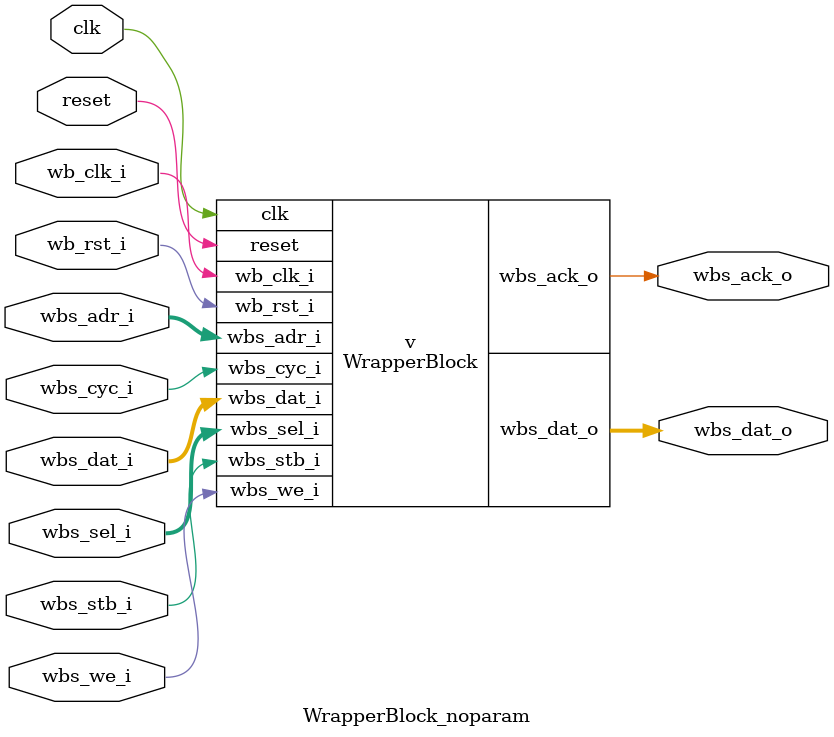
<source format=v>
module wb_converter (
	wb_clk_i,
	wb_rst_i,
	wbs_stb_i,
	wbs_cyc_i,
	wbs_we_i,
	wbs_sel_i,
	wbs_dat_i,
	wbs_adr_i,
	wbs_ack_o,
	wbs_dat_o,
	load_recv_msg,
	load_recv_val,
	load_recv_rdy,
	instruction_recv_msg,
	instruction_recv_val,
	instruction_recv_rdy,
	store_send_msg,
	store_send_val,
	store_send_rdy
);
	input wb_clk_i;
	input wb_rst_i;
	input wbs_stb_i;
	input wbs_cyc_i;
	input wbs_we_i;
	input [3:0] wbs_sel_i;
	input [31:0] wbs_dat_i;
	input [31:0] wbs_adr_i;
	output wire wbs_ack_o;
	output wire [31:0] wbs_dat_o;
	output reg [63:0] load_recv_msg;
	output reg load_recv_val;
	input load_recv_rdy;
	output reg [31:0] instruction_recv_msg;
	output reg instruction_recv_val;
	input instruction_recv_rdy;
	input [31:0] store_send_msg;
	input store_send_val;
	output wire store_send_rdy;
	wire [31:0] internal_wbs_dat_i;
	wire [31:0] internal_wbs_adr_i;
	reg store_transaction_in_progress;
	assign internal_wbs_dat_i = (wbs_stb_i && wbs_cyc_i ? wbs_dat_i : 32'b00000000000000000000000000000000);
	assign internal_wbs_adr_i = (wbs_stb_i && wbs_cyc_i ? wbs_adr_i : 32'b00000000000000000000000000000000);
	assign wbs_ack_o = (wbs_cyc_i && wbs_stb_i) && ((((internal_wbs_adr_i == 32'h30000000) && instruction_recv_rdy) || ((internal_wbs_adr_i > 32'h30000000) && (((!wbs_we_i && store_send_val) && store_send_rdy) && store_transaction_in_progress))) || ((((internal_wbs_adr_i > 32'h30000000) && wbs_we_i) && load_recv_rdy) && instruction_recv_rdy));
	assign store_send_rdy = ((!wbs_we_i && wbs_cyc_i) && wbs_stb_i) && (internal_wbs_adr_i > 32'h30000000);
	assign wbs_dat_o = store_send_msg;
	always @(posedge wb_clk_i or posedge wb_rst_i)
		if (wb_rst_i)
			store_transaction_in_progress <= 0;
		else if (wbs_ack_o)
			store_transaction_in_progress <= 0;
		else if (((instruction_recv_val && load_recv_val) && (internal_wbs_adr_i > 32'h30000000)) && !wbs_we_i)
			store_transaction_in_progress <= 1;
	always @(*) begin
		load_recv_msg = 64'b0000000000000000000000000000000000000000000000000000000000000000;
		load_recv_val = 0;
		instruction_recv_msg = 32'b00000000000000000000000000000000;
		instruction_recv_val = 0;
		if (!store_transaction_in_progress) begin
			if (internal_wbs_adr_i == 32'h30000000) begin
				instruction_recv_msg = internal_wbs_dat_i;
				instruction_recv_val = wbs_cyc_i && wbs_stb_i;
			end
			else if (internal_wbs_adr_i > 32'h30000000) begin
				load_recv_msg = {(internal_wbs_adr_i - 32'h30000004) >> 2, internal_wbs_dat_i};
				load_recv_val = wbs_cyc_i && wbs_stb_i;
				if (wbs_we_i)
					instruction_recv_msg = 32'b00000000000000000000000000000000;
				else
					instruction_recv_msg = 32'b00001000000000000000000000000000;
				instruction_recv_val = wbs_cyc_i && wbs_stb_i;
			end
		end
	end
endmodule
module queue (
	clk,
	reset,
	recv_msg,
	recv_val,
	recv_rdy,
	send_msg,
	send_val,
	send_rdy
);
	parameter WIDTH = 8;
	parameter DEPTH = 16;
	input wire clk;
	input wire reset;
	input wire [WIDTH - 1:0] recv_msg;
	input wire recv_val;
	output wire recv_rdy;
	output wire [WIDTH - 1:0] send_msg;
	output wire send_val;
	input wire send_rdy;
	reg [WIDTH - 1:0] queue [0:DEPTH - 1];
	reg [$clog2(DEPTH) - 1:0] head;
	reg [$clog2(DEPTH) - 1:0] tail;
	reg full;
	reg empty;
	reg next_full;
	reg next_empty;
	always @(posedge clk or posedge reset)
		if (reset) begin
			head <= 0;
			tail <= 0;
			full <= 0;
			empty <= 1;
		end
		else begin
			head <= ((send_rdy && send_val) && !empty ? (head == (DEPTH - 1) ? 0 : head + 1) : head);
			tail <= ((recv_rdy && recv_val) && !full ? (tail == (DEPTH - 1) ? 0 : tail + 1) : tail);
			full <= next_full;
			empty <= next_empty;
		end
	always @(posedge clk or posedge reset)
		if (reset) begin : sv2v_autoblock_1
			reg signed [31:0] i;
			for (i = 0; i < DEPTH; i = i + 1)
				queue[i] <= 1'sb0;
		end
		else if ((recv_rdy && recv_val) && !full)
			queue[tail] <= recv_msg;
	always @(*) begin
		next_full = full;
		next_empty = empty;
		if ((recv_rdy && recv_val) && !full) begin
			if ((send_rdy && send_val) && !empty)
				;
			else begin
				next_full = (tail == (DEPTH - 1) ? 0 : tail + 1) == head;
				next_empty = 0;
			end
		end
		else if ((send_rdy && send_val) && !empty) begin
			next_empty = (head == (DEPTH - 1) ? 0 : head + 1) == tail;
			next_full = 0;
		end
	end
	assign recv_rdy = !full;
	assign send_val = !empty;
	assign send_msg = queue[head];
endmodule
module Counter (
	clk,
	enable,
	reset,
	counter,
	done
);
	parameter WIDTH = 4;
	parameter COUNTER_MAX = (2 ** WIDTH) - 1;
	input wire clk;
	input wire enable;
	input wire reset;
	output reg [WIDTH - 1:0] counter;
	output wire done;
	always @(posedge clk or posedge reset)
		if (reset)
			counter <= 0;
		else if (enable)
			counter <= counter + 1;
	assign done = (counter == COUNTER_MAX ? 1'b1 : 1'b0);
endmodule
module Decoder (
	instruction,
	instruction_valid,
	reg_file_addr1,
	reg_file_addr2,
	mux_bit,
	vector_reg_write_bit,
	predicate_reg_write_bit,
	scalar_reg_write_bit,
	vector_reg_load_mux_bit,
	scalar_reg_load_mux_bit,
	functional_unit_mux_bit,
	add_subtract_bit,
	load_store_bit,
	clock_enable,
	clock_bypass,
	bitwise_op_select,
	predicate_op_select,
	vector_reg_write_select
);
	input wire [31:0] instruction;
	input wire instruction_valid;
	output reg [4:0] reg_file_addr1;
	output reg [4:0] reg_file_addr2;
	output reg mux_bit;
	output reg vector_reg_write_bit;
	output reg predicate_reg_write_bit;
	output reg scalar_reg_write_bit;
	output reg vector_reg_load_mux_bit;
	output reg scalar_reg_load_mux_bit;
	output reg [2:0] functional_unit_mux_bit;
	output reg add_subtract_bit;
	output reg load_store_bit;
	output reg clock_enable;
	output reg clock_bypass;
	output reg [1:0] bitwise_op_select;
	output reg [3:0] predicate_op_select;
	output reg [4:0] vector_reg_write_select;
	reg [4:0] opcode;
	always @(*)
		if (instruction_valid == 1'b0) begin
			reg_file_addr1 = 5'b00000;
			reg_file_addr2 = 5'b00000;
			mux_bit = 1'b0;
			vector_reg_write_bit = 1'b0;
			predicate_reg_write_bit = 1'b0;
			scalar_reg_write_bit = 1'b0;
			vector_reg_load_mux_bit = 1'b0;
			scalar_reg_load_mux_bit = 1'b0;
			functional_unit_mux_bit = 3'b000;
			add_subtract_bit = 1'b0;
			load_store_bit = 1'b0;
			clock_enable = 1'b0;
			clock_bypass = 1'b1;
			bitwise_op_select = 2'b00;
			predicate_op_select = 4'b0000;
			vector_reg_write_select = 5'b00000;
		end
		else begin
			reg_file_addr1 = instruction[20:16];
			reg_file_addr2 = instruction[15:11];
			vector_reg_write_select = instruction[25:21];
			opcode = instruction[31:27];
			case (opcode)
				5'b00000, 5'b00001: begin
					clock_bypass = 1;
					clock_enable = 0;
					mux_bit = 0;
					vector_reg_write_bit = (opcode == 5'b00000 ? 1 : 0);
					predicate_reg_write_bit = 0;
					scalar_reg_write_bit = 0;
					vector_reg_load_mux_bit = 0;
					scalar_reg_load_mux_bit = 0;
					functional_unit_mux_bit = 0;
					add_subtract_bit = 0;
					load_store_bit = 1;
					bitwise_op_select = 2'b00;
					predicate_op_select = 4'b0000;
				end
				5'b00010, 5'b00011, 5'b00110: begin
					clock_bypass = 0;
					clock_enable = 1;
					mux_bit = (opcode == 5'b00110 ? 1 : 0);
					vector_reg_write_bit = 1;
					predicate_reg_write_bit = 0;
					scalar_reg_write_bit = 0;
					vector_reg_load_mux_bit = 0;
					scalar_reg_load_mux_bit = 0;
					functional_unit_mux_bit = 0;
					add_subtract_bit = (opcode == 5'b00011 ? 1 : 0);
					load_store_bit = 0;
					bitwise_op_select = 2'b00;
					predicate_op_select = 4'b0000;
				end
				5'b00100, 5'b00101: begin
					clock_bypass = 0;
					clock_enable = 1;
					mux_bit = (opcode == 5'b00101 ? 1 : 0);
					vector_reg_write_bit = 1;
					predicate_reg_write_bit = 0;
					scalar_reg_write_bit = 0;
					vector_reg_load_mux_bit = 0;
					scalar_reg_load_mux_bit = 0;
					functional_unit_mux_bit = 2;
					add_subtract_bit = 0;
					load_store_bit = 0;
					bitwise_op_select = 2'b00;
					predicate_op_select = 4'b0000;
				end
				5'b00111, 5'b10000: begin
					clock_bypass = 0;
					clock_enable = 1;
					mux_bit = 0;
					vector_reg_write_bit = 1;
					predicate_reg_write_bit = 0;
					scalar_reg_write_bit = 0;
					vector_reg_load_mux_bit = 0;
					scalar_reg_load_mux_bit = 0;
					functional_unit_mux_bit = 1;
					add_subtract_bit = (opcode == 5'b10000 ? 1 : 0);
					load_store_bit = 0;
					bitwise_op_select = 2'b00;
					predicate_op_select = 4'b0000;
				end
				5'b01000: begin
					clock_enable = 1;
					vector_reg_write_bit = 1;
					functional_unit_mux_bit = 3'b011;
					mux_bit = 0;
					predicate_reg_write_bit = 0;
					scalar_reg_write_bit = 0;
					vector_reg_load_mux_bit = 0;
					scalar_reg_load_mux_bit = 0;
					add_subtract_bit = 0;
					load_store_bit = 0;
					clock_bypass = 0;
					bitwise_op_select = 2'b00;
					predicate_op_select = 4'b0000;
				end
				5'b01001, 5'b01010, 5'b01011: begin
					clock_bypass = 0;
					clock_enable = 1;
					mux_bit = 0;
					vector_reg_write_bit = 1;
					predicate_reg_write_bit = 0;
					scalar_reg_write_bit = 0;
					vector_reg_load_mux_bit = 0;
					scalar_reg_load_mux_bit = 0;
					functional_unit_mux_bit = 4;
					add_subtract_bit = 0;
					load_store_bit = 0;
					if (opcode == 5'b01001)
						bitwise_op_select = 2'b00;
					else if (opcode == 5'b01010)
						bitwise_op_select = 2'b01;
					else if (opcode == 5'b01011)
						bitwise_op_select = 2'b10;
					predicate_op_select = 4'b0000;
				end
				5'b01100: begin
					clock_bypass = 0;
					clock_enable = 1;
					mux_bit = 0;
					vector_reg_write_bit = 0;
					predicate_reg_write_bit = 1;
					scalar_reg_write_bit = 0;
					vector_reg_load_mux_bit = 0;
					scalar_reg_load_mux_bit = 0;
					functional_unit_mux_bit = 5;
					add_subtract_bit = 0;
					load_store_bit = 0;
					bitwise_op_select = 2'b00;
					predicate_op_select = 4'b0000;
				end
				5'b01101: begin
					clock_bypass = 0;
					clock_enable = 1;
					mux_bit = 0;
					vector_reg_write_bit = 0;
					predicate_reg_write_bit = 1;
					scalar_reg_write_bit = 0;
					vector_reg_load_mux_bit = 0;
					scalar_reg_load_mux_bit = 0;
					functional_unit_mux_bit = 5;
					add_subtract_bit = 0;
					load_store_bit = 0;
					bitwise_op_select = 2'b00;
					predicate_op_select = 4'b0001;
				end
				5'b01110: begin
					clock_bypass = 0;
					clock_enable = 1;
					mux_bit = 0;
					vector_reg_write_bit = 0;
					predicate_reg_write_bit = 1;
					scalar_reg_write_bit = 0;
					vector_reg_load_mux_bit = 0;
					scalar_reg_load_mux_bit = 0;
					functional_unit_mux_bit = 5;
					add_subtract_bit = 0;
					load_store_bit = 0;
					bitwise_op_select = 2'b00;
					predicate_op_select = 4'b0010;
				end
				5'b01111: begin
					clock_bypass = 0;
					clock_enable = 1;
					mux_bit = 0;
					vector_reg_write_bit = 0;
					predicate_reg_write_bit = 1;
					scalar_reg_write_bit = 0;
					vector_reg_load_mux_bit = 0;
					scalar_reg_load_mux_bit = 0;
					functional_unit_mux_bit = 5;
					add_subtract_bit = 0;
					load_store_bit = 0;
					bitwise_op_select = 2'b00;
					predicate_op_select = 4'b0011;
				end
				5'b11000: begin
					clock_bypass = 0;
					clock_enable = 1;
					mux_bit = 0;
					vector_reg_write_bit = 0;
					predicate_reg_write_bit = 1;
					scalar_reg_write_bit = 0;
					vector_reg_load_mux_bit = 0;
					scalar_reg_load_mux_bit = 0;
					functional_unit_mux_bit = 5;
					add_subtract_bit = 0;
					load_store_bit = 0;
					bitwise_op_select = 2'b00;
					predicate_op_select = 4'b0100;
				end
				5'b10001: begin
					clock_bypass = 0;
					clock_enable = 1;
					mux_bit = 0;
					vector_reg_write_bit = 0;
					predicate_reg_write_bit = 1;
					scalar_reg_write_bit = 0;
					vector_reg_load_mux_bit = 0;
					scalar_reg_load_mux_bit = 0;
					functional_unit_mux_bit = 5;
					add_subtract_bit = 0;
					load_store_bit = 0;
					bitwise_op_select = 2'b00;
					predicate_op_select = 4'b0101;
				end
				5'b10010: begin
					clock_bypass = 0;
					clock_enable = 1;
					mux_bit = 0;
					vector_reg_write_bit = 0;
					predicate_reg_write_bit = 1;
					scalar_reg_write_bit = 0;
					vector_reg_load_mux_bit = 0;
					scalar_reg_load_mux_bit = 0;
					functional_unit_mux_bit = 5;
					add_subtract_bit = 0;
					load_store_bit = 0;
					bitwise_op_select = 2'b00;
					predicate_op_select = 4'b0110;
				end
				5'b10100: begin
					clock_bypass = 0;
					clock_enable = 1;
					mux_bit = 0;
					vector_reg_write_bit = 0;
					predicate_reg_write_bit = 1;
					scalar_reg_write_bit = 0;
					vector_reg_load_mux_bit = 0;
					scalar_reg_load_mux_bit = 0;
					functional_unit_mux_bit = 5;
					add_subtract_bit = 0;
					load_store_bit = 0;
					bitwise_op_select = 2'b00;
					predicate_op_select = 4'b0111;
				end
				5'b10111: begin
					clock_bypass = 0;
					clock_enable = 1;
					mux_bit = 0;
					vector_reg_write_bit = 0;
					predicate_reg_write_bit = 1;
					scalar_reg_write_bit = 0;
					vector_reg_load_mux_bit = 0;
					scalar_reg_load_mux_bit = 0;
					functional_unit_mux_bit = 5;
					add_subtract_bit = 0;
					load_store_bit = 0;
					bitwise_op_select = 2'b00;
					predicate_op_select = 4'b1000;
				end
				5'b10101: begin
					clock_bypass = 0;
					clock_enable = 1;
					mux_bit = 1;
					vector_reg_write_bit = 1;
					predicate_reg_write_bit = 0;
					scalar_reg_write_bit = 0;
					vector_reg_load_mux_bit = 0;
					scalar_reg_load_mux_bit = 0;
					functional_unit_mux_bit = 3'b011;
					add_subtract_bit = 0;
					load_store_bit = 0;
					bitwise_op_select = 2'b00;
					predicate_op_select = 4'b0000;
				end
				5'b10110: begin
					clock_bypass = 0;
					clock_enable = 1;
					mux_bit = 1;
					vector_reg_write_bit = 1;
					predicate_reg_write_bit = 0;
					scalar_reg_write_bit = 0;
					vector_reg_load_mux_bit = 0;
					scalar_reg_load_mux_bit = 0;
					functional_unit_mux_bit = 1;
					add_subtract_bit = 0;
					load_store_bit = 0;
					bitwise_op_select = 2'b00;
					predicate_op_select = 4'b0000;
				end
				default: begin
					reg_file_addr1 = 5'b00000;
					reg_file_addr2 = 5'b00000;
					mux_bit = 1'b0;
					vector_reg_write_bit = 1'b0;
					predicate_reg_write_bit = 1'b0;
					scalar_reg_write_bit = 1'b0;
					vector_reg_load_mux_bit = 1'b0;
					scalar_reg_load_mux_bit = 1'b0;
					functional_unit_mux_bit = 3'b000;
					add_subtract_bit = 1'b0;
					load_store_bit = 1'b0;
					clock_enable = 1'b0;
					clock_bypass = 1'b1;
					bitwise_op_select = 2'b00;
					predicate_op_select = 4'b0000;
					vector_reg_write_select = 5'b00000;
				end
			endcase
		end
endmodule
module VectorRegFile (
	clk,
	reset,
	rAddr1_1,
	rAddr2_1,
	rData1,
	rAddr1_2,
	rAddr2_2,
	rData2,
	wAddr1,
	wAddr2,
	wData,
	wEnable
);
	parameter ADDR_WIDTH = 5;
	parameter DATA_WIDTH = 32;
	parameter NUM_REG = 32;
	parameter NUM_ELE = 32;
	input wire clk;
	input wire reset;
	input wire [ADDR_WIDTH - 1:0] rAddr1_1;
	input wire [ADDR_WIDTH - 1:0] rAddr2_1;
	output reg [DATA_WIDTH - 1:0] rData1;
	input wire [ADDR_WIDTH - 1:0] rAddr1_2;
	input wire [ADDR_WIDTH - 1:0] rAddr2_2;
	output reg [DATA_WIDTH - 1:0] rData2;
	input wire [ADDR_WIDTH - 1:0] wAddr1;
	input wire [ADDR_WIDTH - 1:0] wAddr2;
	input wire [DATA_WIDTH - 1:0] wData;
	input wire wEnable;
	reg [DATA_WIDTH - 1:0] reg_file [0:NUM_REG - 1][0:NUM_ELE - 1];
	always @(posedge clk or posedge reset)
		if (reset) begin : sv2v_autoblock_1
			integer i;
			for (i = 0; i < NUM_REG; i = i + 1)
				begin : sv2v_autoblock_2
					integer j;
					for (j = 0; j < NUM_ELE; j = j + 1)
						reg_file[i][j] <= 1'sb0;
				end
		end
		else if (wEnable)
			reg_file[wAddr1][wAddr2] <= wData;
	always @(*) begin
		rData1 = reg_file[rAddr1_1][rAddr2_1];
		rData2 = reg_file[rAddr1_2][rAddr2_2];
	end
endmodule
module Multiplier (
	A,
	B,
	Result
);
	parameter WIDTH = 32;
	input wire [WIDTH - 1:0] A;
	input wire [WIDTH - 1:0] B;
	output reg [WIDTH - 1:0] Result;
	always @(*) Result = A * B;
endmodule
module AddSub (
	A,
	B,
	AddSub,
	Result
);
	parameter WIDTH = 32;
	input wire [WIDTH - 1:0] A;
	input wire [WIDTH - 1:0] B;
	input wire AddSub;
	output reg [WIDTH - 1:0] Result;
	always @(*)
		if (AddSub == 0)
			Result = A + B;
		else
			Result = A - B;
endmodule
module fp_addsub (
	a,
	b,
	subtract,
	y
);
	input wire [31:0] a;
	input wire [31:0] b;
	input wire subtract;
	output reg [31:0] y;
	wire [31:0] b_neg;
	reg a_sign;
	reg b_sign;
	reg [7:0] a_exp;
	reg [7:0] b_exp;
	reg [23:0] a_frac;
	reg [23:0] b_frac;
	reg y_sign;
	reg [7:0] y_exp;
	reg [23:0] y_frac;
	reg [47:0] y_frac_intermediate;
	reg [7:0] y_exp_intermediate;
	reg [5:0] shift_amount;
	assign b_neg = (subtract ? {b[31] ^ 1'b1, b[30:0]} : b);
	function automatic [5:0] priority_encoder;
		input [47:0] in;
		integer i;
		reg [0:1] _sv2v_jump;
		begin
			_sv2v_jump = 2'b00;
			begin : sv2v_autoblock_1
				integer _sv2v_value_on_break;
				for (i = 47; i >= 0; i = i - 1)
					if (_sv2v_jump < 2'b10) begin
						_sv2v_jump = 2'b00;
						if (in[i]) begin
							priority_encoder = 23 - i;
							_sv2v_jump = 2'b11;
						end
						_sv2v_value_on_break = i;
					end
				if (!(_sv2v_jump < 2'b10))
					i = _sv2v_value_on_break;
				if (_sv2v_jump != 2'b11)
					_sv2v_jump = 2'b00;
			end
			if (_sv2v_jump == 2'b00) begin
				priority_encoder = 6'b000000;
				_sv2v_jump = 2'b11;
			end
		end
	endfunction
	always @(*) begin
		a_sign = a[31];
		b_sign = b_neg[31];
		a_exp = a[30:23];
		b_exp = b_neg[30:23];
		a_frac = {1'b1, a[22:0]};
		b_frac = {1'b1, b_neg[22:0]};
		if (a_exp > b_exp) begin
			y_exp_intermediate = a_exp;
			if (b_sign ^ a_sign)
				y_frac_intermediate = a_frac - (b_frac >> (a_exp - b_exp));
			else
				y_frac_intermediate = a_frac + (b_frac >> (a_exp - b_exp));
			y_sign = a_sign;
		end
		else if (a_exp < b_exp) begin
			y_exp_intermediate = b_exp;
			if (b_sign ^ a_sign)
				y_frac_intermediate = b_frac - (a_frac >> (b_exp - a_exp));
			else
				y_frac_intermediate = (a_frac >> (b_exp - a_exp)) + b_frac;
			y_sign = b_sign;
		end
		else begin
			y_exp_intermediate = a_exp;
			if (a_frac >= b_frac) begin
				if (b_sign ^ a_sign)
					y_frac_intermediate = a_frac - b_frac;
				else
					y_frac_intermediate = a_frac + b_frac;
				y_sign = a_sign;
			end
			else begin
				if (b_sign ^ a_sign)
					y_frac_intermediate = b_frac - a_frac;
				else
					y_frac_intermediate = b_frac + a_frac;
				y_sign = b_sign;
			end
		end
		if ((a == 32'b00000000000000000000000000000000) && (b == 32'b00000000000000000000000000000000))
			shift_amount = 6'b000000;
		else
			shift_amount = (y_frac_intermediate[47] ? 6'b000000 : priority_encoder(y_frac_intermediate));
		if (shift_amount[5])
			y_frac = y_frac_intermediate >> -shift_amount;
		else
			y_frac = y_frac_intermediate << shift_amount;
		y_exp = y_exp_intermediate - {{2 {shift_amount[5]}}, shift_amount};
	end
	always @(*)
		if (((a[30:23] == 8'hff) && (a[22:0] == 23'b00000000000000000000000)) && ((b_neg[30:23] == 8'hff) && (b_neg[22:0] == 23'b00000000000000000000000))) begin
			if (subtract && (a_sign ^ b_sign))
				y = 32'h7fc00000;
			else if (a_sign ^ b_sign)
				y = {a_sign, 31'h7f800000};
			else
				y = {y_sign, y_exp, y_frac[22:0]};
		end
		else if (((a[30:23] == 8'hff) && (a[22:0] == 23'b00000000000000000000000)) || ((b_neg[30:23] == 8'hff) && (b_neg[22:0] == 23'b00000000000000000000000)))
			y = {a_sign | b_sign, 31'h7f800000};
		else if (y_frac_intermediate == 48'b000000000000000000000000000000000000000000000000)
			y = 32'b00000000000000000000000000000000;
		else
			y = {y_sign, y_exp, y_frac[22:0]};
endmodule
module fp_multiplier (
	a,
	b,
	y
);
	input wire [31:0] a;
	input wire [31:0] b;
	output wire [31:0] y;
	wire [8:0] a_exponent;
	wire [8:0] b_exponent;
	wire [8:0] y_exponent_temp;
	reg [7:0] y_exponent;
	wire [23:0] a_mantissa;
	wire [23:0] b_mantissa;
	wire [47:0] mult_result;
	wire [22:0] y_mantissa_temp;
	reg [22:0] y_mantissa;
	wire a_sign;
	wire b_sign;
	wire y_sign;
	wire sticky_bit;
	wire r;
	assign a_sign = a[31];
	assign a_exponent = {1'b0, a[30:23]};
	assign a_mantissa = {1'b1, a[22:0]};
	assign b_sign = b[31];
	assign b_exponent = {1'b0, b[30:23]};
	assign b_mantissa = {1'b1, b[22:0]};
	assign y_sign = a_sign ^ b_sign;
	assign mult_result = a_mantissa * b_mantissa;
	assign y_exponent_temp = ((a_exponent + b_exponent) - 127) + mult_result[47];
	assign y_mantissa_temp = (mult_result[47] ? mult_result[46:24] : mult_result[45:23]);
	assign sticky_bit = (mult_result[47] ? |mult_result[22:0] : |mult_result[21:0]);
	assign r = (mult_result[47] ? mult_result[23] : mult_result[22]);
	always @(*)
		if (((a_exponent[7:0] == 8'hff) && (a_mantissa[22:0] != 0)) || ((b_exponent[7:0] == 8'hff) && (b_mantissa[22:0] != 0))) begin
			y_exponent = 8'hff;
			y_mantissa = 23'h400000;
		end
		else if ((((a == 32'b00000000000000000000000000000000) && (b_exponent[7:0] == 8'hff)) && (b_mantissa[22:0] == 0)) || (((b == 32'b00000000000000000000000000000000) && (a_exponent[7:0] == 8'hff)) && (a_mantissa[22:0] == 0))) begin
			y_exponent = 8'hff;
			y_mantissa = 23'h400000;
		end
		else if ((a == 32'b00000000000000000000000000000000) || (b == 32'b00000000000000000000000000000000)) begin
			y_exponent = 8'h00;
			y_mantissa = 23'h000000;
		end
		else if (y_exponent_temp[8]) begin
			y_exponent = 8'hff;
			y_mantissa = 23'h000000;
		end
		else if (((a_exponent[7:0] == 8'hff) && (a_mantissa[22:0] == 0)) && ((b_exponent[7:0] == 8'hff) && (b_mantissa[22:0] == 0))) begin
			y_exponent = 8'hff;
			y_mantissa = 23'h000000;
		end
		else if ((a_exponent + b_exponent) == 0) begin
			y_exponent = 0;
			y_mantissa = y_mantissa_temp >> -y_exponent_temp;
		end
		else begin
			y_exponent = y_exponent_temp[7:0];
			y_mantissa = y_mantissa_temp + (r & sticky_bit);
		end
	assign y = {y_sign, y_exponent, y_mantissa};
endmodule
module BitwiseOperationUnit (
	operandA,
	operandB,
	control,
	result
);
	input [31:0] operandA;
	input [31:0] operandB;
	input [1:0] control;
	output wire [31:0] result;
	reg [31:0] result_reg;
	always @(*)
		case (control)
			2'b00: result_reg = operandA & operandB;
			2'b01: result_reg = operandA | operandB;
			2'b10: result_reg = operandA ^ operandB;
			default: result_reg = 32'b00000000000000000000000000000000;
		endcase
	assign result = result_reg;
endmodule
module comparison_unit (
	in1,
	in2,
	control,
	predicate
);
	parameter WIDTH = 32;
	input wire [WIDTH - 1:0] in1;
	input wire [WIDTH - 1:0] in2;
	input wire [3:0] control;
	output reg predicate;
	always @(*)
		case (control)
			4'b0000: predicate = in1 == 0;
			4'b0001: predicate = in1 != 0;
			4'b0010: predicate = 1;
			4'b0011: predicate = $signed(in1) >= $signed(in2);
			4'b0100: predicate = $signed(in1) < $signed(in2);
			4'b0101: predicate = in1 >= in2;
			4'b0110: predicate = in1 < in2;
			4'b0111: predicate = in1 == in2;
			4'b1000: predicate = in1 != in2;
			default: predicate = 0;
		endcase
endmodule
module ALU (
	A,
	B,
	C,
	AddSub,
	muxControl,
	outputControl,
	bitwiseControl,
	compControl,
	finalResult,
	predicate
);
	parameter WIDTH = 32;
	input wire [WIDTH - 1:0] A;
	input wire [WIDTH - 1:0] B;
	input wire [WIDTH - 1:0] C;
	input wire AddSub;
	input wire muxControl;
	input wire [2:0] outputControl;
	input wire [1:0] bitwiseControl;
	input wire [3:0] compControl;
	output reg [WIDTH - 1:0] finalResult;
	output wire predicate;
	wire [WIDTH - 1:0] muxOut;
	wire [WIDTH - 1:0] multResult;
	wire [WIDTH - 1:0] addSubResult;
	wire [WIDTH - 1:0] fpAddResult;
	wire [WIDTH - 1:0] fpMultResult;
	wire [WIDTH - 1:0] bitwiseResult;
	assign muxOut = (muxControl ? C : B);
	Multiplier #(.WIDTH(WIDTH)) mult(
		.A(A),
		.B(muxOut),
		.Result(multResult)
	);
	AddSub #(.WIDTH(WIDTH)) addsub(
		.A(A),
		.B(muxOut),
		.AddSub(AddSub),
		.Result(addSubResult)
	);
	fp_addsub fpAddSub(
		.a(A),
		.b(muxOut),
		.subtract(AddSub),
		.y(fpAddResult)
	);
	fp_multiplier fpMult(
		.a(A),
		.b(muxOut),
		.y(fpMultResult)
	);
	BitwiseOperationUnit bitwiseOp(
		.operandA(A),
		.operandB(muxOut),
		.control(bitwiseControl),
		.result(bitwiseResult)
	);
	comparison_unit #(.WIDTH(WIDTH)) compUnit(
		.in1(A),
		.in2(muxOut),
		.control(compControl),
		.predicate(predicate)
	);
	always @(*)
		case (outputControl)
			3'b000: finalResult = addSubResult;
			3'b001: finalResult = fpAddResult;
			3'b010: finalResult = multResult;
			3'b011: finalResult = fpMultResult;
			3'b100: finalResult = bitwiseResult;
			default: finalResult = 0;
		endcase
endmodule
module Scalar_Register_File (
	clk,
	reset,
	read_address,
	write_address,
	write_data,
	write_enable,
	read_data
);
	parameter REG_DEPTH = 32;
	parameter REG_WIDTH = 32;
	parameter ADDR_WIDTH = 5;
	input wire clk;
	input wire reset;
	input wire [ADDR_WIDTH - 1:0] read_address;
	input wire [ADDR_WIDTH - 1:0] write_address;
	input wire [REG_WIDTH - 1:0] write_data;
	input wire write_enable;
	output wire [REG_WIDTH - 1:0] read_data;
	reg [REG_WIDTH - 1:0] register_file [0:REG_DEPTH - 1];
	always @(posedge clk or posedge reset)
		if (reset) begin : sv2v_autoblock_1
			integer i;
			for (i = 0; i < REG_DEPTH; i = i + 1)
				register_file[i] <= 0;
		end
		else if (write_enable)
			register_file[write_address] <= write_data;
	assign read_data = register_file[read_address];
endmodule
module Predicate_Register_File (
	clk,
	reset,
	read_addr1,
	read_addr2,
	write_addr1,
	write_addr2,
	write_enable,
	data_out,
	data_in
);
	parameter ADDR_WIDTH = 5;
	parameter DATA_WIDTH = 1;
	parameter NUM_REGISTERS = 32;
	input wire clk;
	input wire reset;
	input wire [ADDR_WIDTH - 1:0] read_addr1;
	input wire [ADDR_WIDTH - 1:0] read_addr2;
	input wire [ADDR_WIDTH - 1:0] write_addr1;
	input wire [ADDR_WIDTH - 1:0] write_addr2;
	input wire write_enable;
	output reg [DATA_WIDTH - 1:0] data_out;
	input wire [DATA_WIDTH - 1:0] data_in;
	reg [DATA_WIDTH - 1:0] register_file [0:NUM_REGISTERS - 1][0:NUM_REGISTERS - 1];
	always @(*) data_out = register_file[read_addr1][read_addr2];
	always @(posedge clk or posedge reset)
		if (reset) begin : sv2v_autoblock_1
			reg signed [31:0] i;
			for (i = 0; i < NUM_REGISTERS; i = i + 1)
				begin : sv2v_autoblock_2
					reg signed [31:0] j;
					for (j = 0; j < NUM_REGISTERS; j = j + 1)
						register_file[i][j] <= 0;
				end
		end
		else if (write_enable)
			register_file[write_addr1][write_addr2] <= data_in;
endmodule
module TopModule (
	clk,
	reset,
	load_recv_msg,
	load_recv_val,
	load_recv_rdy,
	instruction_recv_msg,
	instruction_recv_val,
	instruction_recv_rdy,
	store_send_msg,
	store_send_val,
	store_send_rdy
);
	input wire clk;
	input wire reset;
	input wire [63:0] load_recv_msg;
	input wire load_recv_val;
	output wire load_recv_rdy;
	input wire [31:0] instruction_recv_msg;
	input wire instruction_recv_val;
	output wire instruction_recv_rdy;
	output wire [31:0] store_send_msg;
	output wire store_send_val;
	input wire store_send_rdy;
	wire [63:0] load_send_msg;
	wire load_send_val;
	wire load_send_rdy;
	wire [31:0] instruction_send_msg;
	wire instruction_send_val;
	wire instruction_send_rdy;
	wire [31:0] store_recv_msg;
	wire store_recv_val;
	wire store_recv_rdy;
	wire clock_enable;
	wire clock_bypass;
	wire [4:0] vector_reg_write_select;
	wire [4:0] reg_file_addr1;
	wire [4:0] reg_file_addr2;
	wire mux_bit;
	wire vector_reg_write_bit;
	wire predicate_reg_write_bit;
	wire scalar_reg_write_bit;
	wire vector_reg_load_mux_bit;
	wire scalar_reg_load_mux_bit;
	wire [2:0] functional_unit_mux_bit;
	wire add_subtract_bit;
	wire load_store_bit;
	wire [1:0] bitwise_op_select;
	wire [3:0] predicate_op_select;
	wire [31:0] wb_addr;
	wire [31:0] wb_data;
	wire [31:0] rData1;
	wire [31:0] rData2;
	wire [31:0] functional_unit_output_mux;
	wire [31:0] wData_mux_out;
	wire [4:0] wAddr1_mux_out;
	wire [4:0] wAddr2_mux_out;
	wire [4:0] rAddr1_1_mux_out;
	wire [4:0] rAddr2_1_mux_out;
	wire [4:0] scalar_read_address;
	wire [4:0] scalar_write_address;
	wire [31:0] scalar_write_data;
	wire scalar_write_enable;
	wire [31:0] scalar_read_data;
	wire vector_write_enable;
	wire [31:0] addr_cutoff;
	wire pred_data_out;
	assign vector_write_enable = ((vector_reg_write_bit & !load_store_bit) & pred_data_out) | ((vector_reg_write_bit & load_store_bit) & (wb_addr <= addr_cutoff));
	assign addr_cutoff = 32'h000003ff;
	assign scalar_write_address = (wb_addr[4:0] - addr_cutoff[4:0]) - 1;
	assign scalar_read_address = (load_store_bit ? scalar_write_address : reg_file_addr2);
	assign store_recv_msg = (wb_addr > addr_cutoff ? scalar_read_data : rData1);
	assign store_recv_val = load_store_bit & !vector_reg_write_bit;
	assign load_send_rdy = load_store_bit;
	queue #(
		.WIDTH(64),
		.DEPTH(4)
	) load_queue(
		.clk(clk),
		.reset(reset),
		.recv_msg(load_recv_msg),
		.recv_val(load_recv_val),
		.recv_rdy(load_recv_rdy),
		.send_msg(load_send_msg),
		.send_val(load_send_val),
		.send_rdy(load_send_rdy)
	);
	queue #(
		.WIDTH(32),
		.DEPTH(4)
	) instruction_queue(
		.clk(clk),
		.reset(reset),
		.recv_msg(instruction_recv_msg),
		.recv_val(instruction_recv_val),
		.recv_rdy(instruction_recv_rdy),
		.send_msg(instruction_send_msg),
		.send_val(instruction_send_val),
		.send_rdy(instruction_send_rdy)
	);
	queue #(
		.WIDTH(32),
		.DEPTH(4)
	) store_queue(
		.clk(clk),
		.reset(reset),
		.recv_msg(store_recv_msg),
		.recv_val(store_recv_val),
		.recv_rdy(store_recv_rdy),
		.send_msg(store_send_msg),
		.send_val(store_send_val),
		.send_rdy(store_send_rdy)
	);
	Decoder decoder(
		.instruction(instruction_send_msg),
		.instruction_valid(instruction_send_val),
		.reg_file_addr1(reg_file_addr1),
		.reg_file_addr2(reg_file_addr2),
		.mux_bit(mux_bit),
		.vector_reg_write_bit(vector_reg_write_bit),
		.predicate_reg_write_bit(predicate_reg_write_bit),
		.scalar_reg_write_bit(scalar_reg_write_bit),
		.vector_reg_load_mux_bit(vector_reg_load_mux_bit),
		.scalar_reg_load_mux_bit(scalar_reg_load_mux_bit),
		.functional_unit_mux_bit(functional_unit_mux_bit),
		.add_subtract_bit(add_subtract_bit),
		.load_store_bit(load_store_bit),
		.clock_enable(clock_enable),
		.clock_bypass(clock_bypass),
		.bitwise_op_select(bitwise_op_select),
		.predicate_op_select(predicate_op_select),
		.vector_reg_write_select(vector_reg_write_select)
	);
	wire [4:0] counter;
	wire done;
	Counter #(
		.WIDTH(5),
		.COUNTER_MAX(31)
	) counter_module(
		.clk(clk),
		.enable(clock_enable),
		.reset(reset),
		.counter(counter),
		.done(done)
	);
	assign instruction_send_rdy = done | clock_bypass;
	assign wb_addr = load_send_msg[63:32];
	assign wb_data = load_send_msg[31:0];
	assign wData_mux_out = (load_store_bit ? wb_data : functional_unit_output_mux);
	assign wAddr1_mux_out = (load_store_bit ? wb_addr[9:5] : vector_reg_write_select);
	assign wAddr2_mux_out = (load_store_bit ? wb_addr[4:0] : counter);
	assign rAddr1_1_mux_out = (load_store_bit ? wb_addr[9:5] : reg_file_addr1);
	assign rAddr2_1_mux_out = (load_store_bit ? wb_addr[4:0] : counter);
	VectorRegFile #(
		.ADDR_WIDTH(5),
		.DATA_WIDTH(32),
		.NUM_REG(6),
		.NUM_ELE(32)
	) reg_file(
		.clk(clk),
		.reset(reset),
		.rAddr1_1(rAddr1_1_mux_out),
		.rAddr2_1(rAddr2_1_mux_out),
		.rData1(rData1),
		.rAddr1_2(reg_file_addr2),
		.rAddr2_2(counter),
		.rData2(rData2),
		.wAddr1(wAddr1_mux_out),
		.wAddr2(wAddr2_mux_out),
		.wData(wData_mux_out),
		.wEnable(vector_write_enable)
	);
	wire pred_data_in;
	ALU #(.WIDTH(32)) alu(
		.A(rData1),
		.B(rData2),
		.C(scalar_read_data),
		.AddSub(add_subtract_bit),
		.muxControl(mux_bit),
		.outputControl(functional_unit_mux_bit),
		.bitwiseControl(bitwise_op_select),
		.compControl(predicate_op_select),
		.finalResult(functional_unit_output_mux),
		.predicate(pred_data_in)
	);
	assign scalar_write_data = wb_data;
	assign scalar_write_enable = (load_store_bit & vector_reg_write_bit) & (wb_addr > addr_cutoff);
	Scalar_Register_File #(
		.REG_DEPTH(6),
		.REG_WIDTH(32),
		.ADDR_WIDTH(5)
	) scalar_reg_file(
		.clk(clk),
		.reset(reset),
		.read_address(scalar_read_address),
		.write_address(scalar_write_address),
		.write_data(scalar_write_data),
		.write_enable(scalar_write_enable),
		.read_data(scalar_read_data)
	);
	wire [4:0] pred_read_addr1;
	wire [4:0] pred_read_addr2;
	wire [4:0] pred_write_addr1;
	wire [4:0] pred_write_addr2;
	wire pred_write_enable;
	assign pred_read_addr1 = vector_reg_write_select;
	assign pred_read_addr2 = counter;
	assign pred_write_addr1 = vector_reg_write_select;
	assign pred_write_addr2 = counter;
	assign pred_write_enable = predicate_reg_write_bit;
	Predicate_Register_File #(
		.ADDR_WIDTH(5),
		.DATA_WIDTH(1),
		.NUM_REGISTERS(32)
	) predicate_reg_file(
		.clk(clk),
		.reset(reset),
		.read_addr1(pred_read_addr1),
		.read_addr2(pred_read_addr2),
		.write_addr1(pred_write_addr1),
		.write_addr2(pred_write_addr2),
		.write_enable(pred_write_enable),
		.data_out(pred_data_out),
		.data_in(pred_data_in)
	);
endmodule
module WrapperBlock (
	wb_clk_i,
	wb_rst_i,
	wbs_stb_i,
	wbs_cyc_i,
	wbs_we_i,
	wbs_sel_i,
	wbs_dat_i,
	wbs_adr_i,
	wbs_ack_o,
	wbs_dat_o,
	clk,
	reset
);
	input wb_clk_i;
	input wb_rst_i;
	input wbs_stb_i;
	input wbs_cyc_i;
	input wbs_we_i;
	input [3:0] wbs_sel_i;
	input [31:0] wbs_dat_i;
	input [31:0] wbs_adr_i;
	output wire wbs_ack_o;
	output wire [31:0] wbs_dat_o;
	input wire clk;
	input wire reset;
	wire [63:0] load_recv_msg_internal;
	wire load_recv_val_internal;
	wire load_recv_rdy_internal;
	wire [31:0] instruction_recv_msg_internal;
	wire instruction_recv_val_internal;
	wire instruction_recv_rdy_internal;
	wire [31:0] store_send_msg_internal;
	wire store_send_val_internal;
	wire store_send_rdy_internal;
	wb_converter wb_converter_inst(
		.wb_clk_i(clk),
		.wb_rst_i(wb_rst_i),
		.wbs_stb_i(wbs_stb_i),
		.wbs_cyc_i(wbs_cyc_i),
		.wbs_we_i(wbs_we_i),
		.wbs_sel_i(wbs_sel_i),
		.wbs_dat_i(wbs_dat_i),
		.wbs_adr_i(wbs_adr_i),
		.wbs_ack_o(wbs_ack_o),
		.wbs_dat_o(wbs_dat_o),
		.load_recv_msg(load_recv_msg_internal),
		.load_recv_val(load_recv_val_internal),
		.load_recv_rdy(load_recv_rdy_internal),
		.instruction_recv_msg(instruction_recv_msg_internal),
		.instruction_recv_val(instruction_recv_val_internal),
		.instruction_recv_rdy(instruction_recv_rdy_internal),
		.store_send_msg(store_send_msg_internal),
		.store_send_val(store_send_val_internal),
		.store_send_rdy(store_send_rdy_internal)
	);
	TopModule TopModule_inst(
		.clk(clk),
		.reset(reset),
		.load_recv_msg(load_recv_msg_internal),
		.load_recv_val(load_recv_val_internal),
		.load_recv_rdy(load_recv_rdy_internal),
		.instruction_recv_msg(instruction_recv_msg_internal),
		.instruction_recv_val(instruction_recv_val_internal),
		.instruction_recv_rdy(instruction_recv_rdy_internal),
		.store_send_msg(store_send_msg_internal),
		.store_send_val(store_send_val_internal),
		.store_send_rdy(store_send_rdy_internal)
	);
endmodule
module WrapperBlock_noparam (
	`ifdef USE_POWER_PINS
    inout wire vccd1,	// User area 1 1.8V supply
    inout wire vssd1,	// User area 1 digital ground
	`endif
	input wire [0:0] clk,
	input wire [0:0] reset,
	input wire [0:0] wb_clk_i,
	input wire [0:0] wb_rst_i,
	output wire [0:0] wbs_ack_o,
	input wire [31:0] wbs_adr_i,
	input wire [0:0] wbs_cyc_i,
	input wire [31:0] wbs_dat_i,
	output wire [31:0] wbs_dat_o,
	input wire [3:0] wbs_sel_i,
	input wire [0:0] wbs_stb_i,
	input wire [0:0] wbs_we_i
);
	WrapperBlock v(
		.clk(clk),
		.reset(reset),
		.wb_clk_i(wb_clk_i),
		.wb_rst_i(wb_rst_i),
		.wbs_ack_o(wbs_ack_o),
		.wbs_adr_i(wbs_adr_i),
		.wbs_cyc_i(wbs_cyc_i),
		.wbs_dat_i(wbs_dat_i),
		.wbs_dat_o(wbs_dat_o),
		.wbs_sel_i(wbs_sel_i),
		.wbs_stb_i(wbs_stb_i),
		.wbs_we_i(wbs_we_i)
	);
endmodule


</source>
